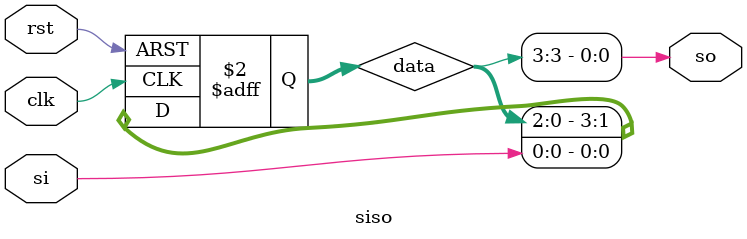
<source format=sv>
module siso(
    input logic clk, rst,
    input logic si,
    output logic so
);
    logic [3:0] data;

    always_ff @(posedge clk or posedge rst) begin
        if(rst) begin
            data <= 4'b0000;
        end else begin
            data <= {data[2:0], si};  // Left shift
        end
    end 
    assign so = data[3];
endmodule

</source>
